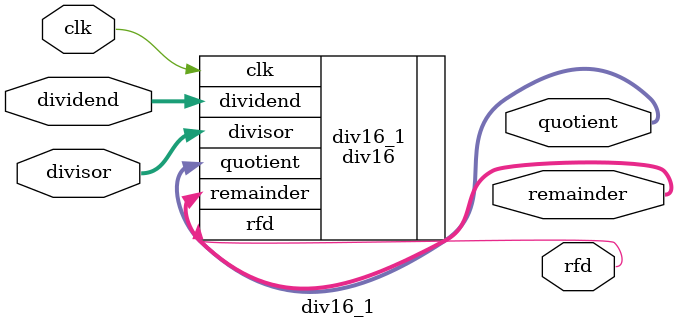
<source format=v>
`timescale 1ns / 1ps
module div16_1 (clk, dividend, divisor, quotient, remainder, rfd);

input clk;
input [15 : 0] dividend;
input [15 : 0] divisor;
output [15 : 0] quotient;
output [15 : 0] remainder;
output rfd;

div16 div16_1(.clk(clk), .dividend(dividend), .divisor (divisor), .quotient (quotient), 
.remainder(remainder), .rfd(rfd));

endmodule

</source>
